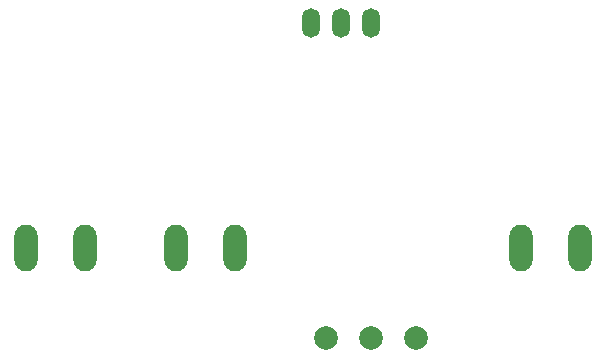
<source format=gbr>
G04 #@! TF.FileFunction,Copper,L2,Bot,Signal*
%FSLAX46Y46*%
G04 Gerber Fmt 4.6, Leading zero omitted, Abs format (unit mm)*
G04 Created by KiCad (PCBNEW 4.0.0-rc1-stable) date 09/10/2015 2:09:20 PM*
%MOMM*%
G01*
G04 APERTURE LIST*
%ADD10C,0.100000*%
%ADD11O,1.501140X2.499360*%
%ADD12O,1.981200X3.962400*%
%ADD13C,1.998980*%
G04 APERTURE END LIST*
D10*
D11*
X142240000Y-109220000D03*
X139700000Y-109220000D03*
X144780000Y-109220000D03*
D12*
X115570000Y-128270000D03*
X120570000Y-128270000D03*
X128270000Y-128270000D03*
X133270000Y-128270000D03*
X157480000Y-128270000D03*
X162480000Y-128270000D03*
D13*
X140970000Y-135890000D03*
X148590000Y-135890000D03*
X144780000Y-135890000D03*
M02*

</source>
